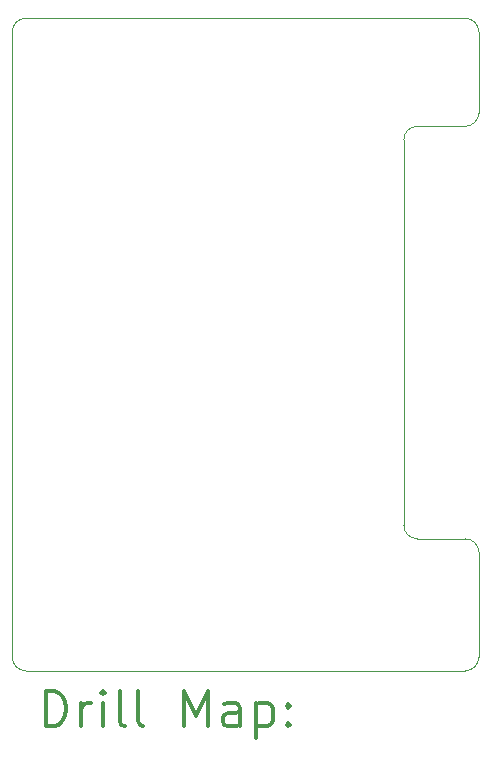
<source format=gbr>
%FSLAX45Y45*%
G04 Gerber Fmt 4.5, Leading zero omitted, Abs format (unit mm)*
G04 Created by KiCad (PCBNEW (5.1.10)-1) date 2021-12-28 21:38:36*
%MOMM*%
%LPD*%
G01*
G04 APERTURE LIST*
%TA.AperFunction,Profile*%
%ADD10C,0.100000*%
%TD*%
%ADD11C,0.200000*%
%ADD12C,0.300000*%
G04 APERTURE END LIST*
D10*
X7073900Y-11671300D02*
G75*
G02*
X6959600Y-11557000I0J114300D01*
G01*
X6959600Y-6261100D02*
G75*
G02*
X7073900Y-6146800I114300J0D01*
G01*
X10795000Y-6146800D02*
G75*
G02*
X10909300Y-6261100I0J-114300D01*
G01*
X10795000Y-10553700D02*
G75*
G02*
X10909300Y-10668000I0J-114300D01*
G01*
X10909300Y-11557000D02*
G75*
G02*
X10795000Y-11671300I-114300J0D01*
G01*
X10909300Y-6946900D02*
G75*
G02*
X10795000Y-7061200I-114300J0D01*
G01*
X10274300Y-7175500D02*
G75*
G02*
X10388600Y-7061200I114300J0D01*
G01*
X10388600Y-10553700D02*
G75*
G02*
X10274300Y-10439400I0J114300D01*
G01*
X6959600Y-6261100D02*
X6959600Y-6794500D01*
X7607300Y-6146800D02*
X7073900Y-6146800D01*
X10223500Y-11671300D02*
X10795000Y-11671300D01*
X10795000Y-6146800D02*
X10210800Y-6146800D01*
X7073900Y-11671300D02*
X10223500Y-11671300D01*
X6959600Y-6794500D02*
X6959600Y-11557000D01*
X7607300Y-6146800D02*
X10210800Y-6146800D01*
X10274300Y-10439400D02*
X10274300Y-7175500D01*
X10795000Y-10553700D02*
X10388600Y-10553700D01*
X10909300Y-10668000D02*
X10909300Y-11557000D01*
X10795000Y-7061200D02*
X10388600Y-7061200D01*
X10909300Y-6261100D02*
X10909300Y-6946900D01*
D11*
D12*
X7241028Y-12142014D02*
X7241028Y-11842014D01*
X7312457Y-11842014D01*
X7355314Y-11856300D01*
X7383886Y-11884871D01*
X7398171Y-11913443D01*
X7412457Y-11970586D01*
X7412457Y-12013443D01*
X7398171Y-12070586D01*
X7383886Y-12099157D01*
X7355314Y-12127729D01*
X7312457Y-12142014D01*
X7241028Y-12142014D01*
X7541028Y-12142014D02*
X7541028Y-11942014D01*
X7541028Y-11999157D02*
X7555314Y-11970586D01*
X7569600Y-11956300D01*
X7598171Y-11942014D01*
X7626743Y-11942014D01*
X7726743Y-12142014D02*
X7726743Y-11942014D01*
X7726743Y-11842014D02*
X7712457Y-11856300D01*
X7726743Y-11870586D01*
X7741028Y-11856300D01*
X7726743Y-11842014D01*
X7726743Y-11870586D01*
X7912457Y-12142014D02*
X7883886Y-12127729D01*
X7869600Y-12099157D01*
X7869600Y-11842014D01*
X8069600Y-12142014D02*
X8041028Y-12127729D01*
X8026743Y-12099157D01*
X8026743Y-11842014D01*
X8412457Y-12142014D02*
X8412457Y-11842014D01*
X8512457Y-12056300D01*
X8612457Y-11842014D01*
X8612457Y-12142014D01*
X8883886Y-12142014D02*
X8883886Y-11984871D01*
X8869600Y-11956300D01*
X8841028Y-11942014D01*
X8783886Y-11942014D01*
X8755314Y-11956300D01*
X8883886Y-12127729D02*
X8855314Y-12142014D01*
X8783886Y-12142014D01*
X8755314Y-12127729D01*
X8741028Y-12099157D01*
X8741028Y-12070586D01*
X8755314Y-12042014D01*
X8783886Y-12027729D01*
X8855314Y-12027729D01*
X8883886Y-12013443D01*
X9026743Y-11942014D02*
X9026743Y-12242014D01*
X9026743Y-11956300D02*
X9055314Y-11942014D01*
X9112457Y-11942014D01*
X9141028Y-11956300D01*
X9155314Y-11970586D01*
X9169600Y-11999157D01*
X9169600Y-12084871D01*
X9155314Y-12113443D01*
X9141028Y-12127729D01*
X9112457Y-12142014D01*
X9055314Y-12142014D01*
X9026743Y-12127729D01*
X9298171Y-12113443D02*
X9312457Y-12127729D01*
X9298171Y-12142014D01*
X9283886Y-12127729D01*
X9298171Y-12113443D01*
X9298171Y-12142014D01*
X9298171Y-11956300D02*
X9312457Y-11970586D01*
X9298171Y-11984871D01*
X9283886Y-11970586D01*
X9298171Y-11956300D01*
X9298171Y-11984871D01*
M02*

</source>
